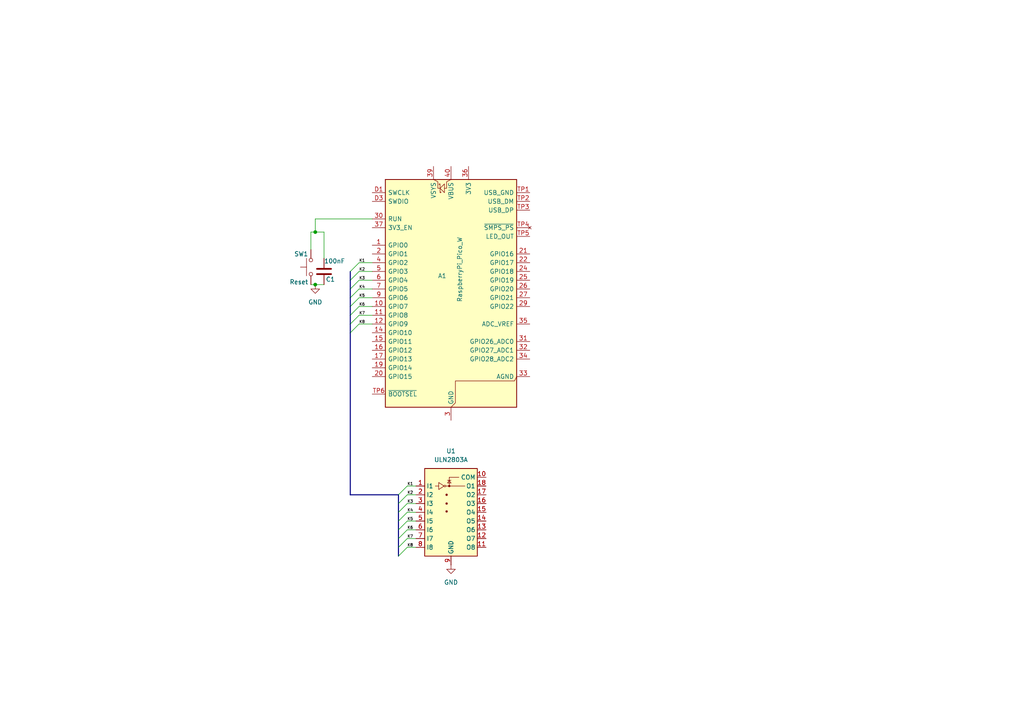
<source format=kicad_sch>
(kicad_sch (version 20250114) (generator "eeschema") (generator_version "9.0")
  (paper "A4")
  (title_block (title "Omega Radio"))
  (lib_symbols
    (symbol "Device:C" (pin_numbers (hide yes)) (pin_names (offset 0.254))
      (property "Reference" "C" (at 0.635 2.54 0))
      (property "Value" "C" (at 0.635 -2.54 0))
      (symbol "C_0_1"
        (polyline (pts (xy -2.032 0.762) (xy 2.032 0.762)) (stroke (width 0.508)))
        (polyline (pts (xy -2.032 -0.762) (xy 2.032 -0.762)) (stroke (width 0.508)))
      )
      (symbol "C_1_1"
        (pin passive line (at 0 3.81 270) (length 2.794) (name "~") (number "1"))
        (pin passive line (at 0 -3.81 90) (length 2.794) (name "~") (number "2"))
      )
    )
    (symbol "MCU_Module:RaspberryPi_Pico_W_Extensive" (pin_names (offset 0.762))
      (property "Reference" "A" (at -19.05 35.56 0))
      (property "Value" "RaspberryPi_Pico_W" (at 7.62 35.56 0))
      (symbol "RaspberryPi_Pico_W_Extensive_0_1"
        (rectangle (start -19.05 34.29) (end 19.05 -31.75) (stroke (width 0.254)) (fill (type background)))
        (polyline (pts (xy -5.08 34.29) (xy -3.81 33.655) (xy -3.81 31.75) (xy -3.175 31.75)))
        (polyline (pts (xy -3.429 32.766) (xy -3.429 33.02) (xy -3.175 33.02) (xy -3.175 30.48) (xy -2.921 30.48) (xy -2.921 30.734)))
        (polyline (pts (xy -3.175 31.75) (xy -1.905 33.02) (xy -1.905 30.48) (xy -3.175 31.75)))
        (polyline (pts (xy 0 34.29) (xy -1.27 33.655) (xy -1.27 31.75) (xy -1.905 31.75)))
        (polyline (pts (xy 0 -31.75) (xy 1.27 -30.48) (xy 1.27 -24.13) (xy 18.415 -24.13) (xy 19.05 -22.86)))
      )
      (symbol "RaspberryPi_Pico_W_Extensive_1_1"
        (pin input line (at -22.86 30.48 0) (length 3.81) (name "SWCLK") (number "D1"))
        (pin bidirectional line (at -22.86 27.94 0) (length 3.81) (name "SWDIO") (number "D3"))
        (pin passive line (at -22.86 22.86 0) (length 3.81) (name "RUN") (number "30"))
        (pin passive line (at -22.86 20.32 0) (length 3.81) (name "3V3_EN") (number "37"))
        (pin bidirectional line (at -22.86 15.24 0) (length 3.81) (name "GPIO0") (number "1"))
        (pin bidirectional line (at -22.86 12.7 0) (length 3.81) (name "GPIO1") (number "2"))
        (pin bidirectional line (at -22.86 10.16 0) (length 3.81) (name "GPIO2") (number "4"))
        (pin bidirectional line (at -22.86 7.62 0) (length 3.81) (name "GPIO3") (number "5"))
        (pin bidirectional line (at -22.86 5.08 0) (length 3.81) (name "GPIO4") (number "6"))
        (pin bidirectional line (at -22.86 2.54 0) (length 3.81) (name "GPIO5") (number "7"))
        (pin bidirectional line (at -22.86 0 0) (length 3.81) (name "GPIO6") (number "9"))
        (pin bidirectional line (at -22.86 -2.54 0) (length 3.81) (name "GPIO7") (number "10"))
        (pin bidirectional line (at -22.86 -5.08 0) (length 3.81) (name "GPIO8") (number "11"))
        (pin bidirectional line (at -22.86 -7.62 0) (length 3.81) (name "GPIO9") (number "12"))
        (pin bidirectional line (at -22.86 -10.16 0) (length 3.81) (name "GPIO10") (number "14"))
        (pin bidirectional line (at -22.86 -12.7 0) (length 3.81) (name "GPIO11") (number "15"))
        (pin bidirectional line (at -22.86 -15.24 0) (length 3.81) (name "GPIO12") (number "16"))
        (pin bidirectional line (at -22.86 -17.78 0) (length 3.81) (name "GPIO13") (number "17"))
        (pin bidirectional line (at -22.86 -20.32 0) (length 3.81) (name "GPIO14") (number "19"))
        (pin bidirectional line (at -22.86 -22.86 0) (length 3.81) (name "GPIO15") (number "20"))
        (pin input line (at -22.86 -27.94 0) (length 3.81) (name "~{BOOTSEL}") (number "TP6"))
        (pin power_in line (at -5.08 38.1 270) (length 3.81) (name "VSYS") (number "39"))
        (pin power_out line (at 0 38.1 270) (length 3.81) (name "VBUS") (number "40"))
        (pin passive line (at 0 -35.56 90) (length 3.81) (hide yes) (name "GND") (number "13"))
        (pin passive line (at 0 -35.56 90) (length 3.81) (hide yes) (name "GND") (number "18"))
        (pin passive line (at 0 -35.56 90) (length 3.81) (hide yes) (name "GND") (number "23"))
        (pin passive line (at 0 -35.56 90) (length 3.81) (hide yes) (name "GND") (number "28"))
        (pin power_out line (at 0 -35.56 90) (length 3.81) (name "GND") (number "3"))
        (pin passive line (at 0 -35.56 90) (length 3.81) (hide yes) (name "GND") (number "38"))
        (pin passive line (at 0 -35.56 90) (length 3.81) (hide yes) (name "GND") (number "8"))
        (pin passive line (at 0 -35.56 90) (length 3.81) (hide yes) (name "GND") (number "D2"))
        (pin power_out line (at 5.08 38.1 270) (length 3.81) (name "3V3") (number "36"))
        (pin power_out line (at 22.86 30.48 180) (length 3.81) (name "USB_GND") (number "TP1"))
        (pin bidirectional line (at 22.86 27.94 180) (length 3.81) (name "USB_DM") (number "TP2"))
        (pin bidirectional line (at 22.86 25.4 180) (length 3.81) (name "USB_DP") (number "TP3"))
        (pin no_connect line (at 22.86 20.32 180) (length 3.81) (name "~{SMPS_PS}") (number "TP4"))
        (pin output line (at 22.86 17.78 180) (length 3.81) (name "LED_OUT") (number "TP5"))
        (pin bidirectional line (at 22.86 12.7 180) (length 3.81) (name "GPIO16") (number "21"))
        (pin bidirectional line (at 22.86 10.16 180) (length 3.81) (name "GPIO17") (number "22"))
        (pin bidirectional line (at 22.86 7.62 180) (length 3.81) (name "GPIO18") (number "24"))
        (pin bidirectional line (at 22.86 5.08 180) (length 3.81) (name "GPIO19") (number "25"))
        (pin bidirectional line (at 22.86 2.54 180) (length 3.81) (name "GPIO20") (number "26"))
        (pin bidirectional line (at 22.86 0 180) (length 3.81) (name "GPIO21") (number "27"))
        (pin bidirectional line (at 22.86 -2.54 180) (length 3.81) (name "GPIO22") (number "29"))
        (pin power_in line (at 22.86 -7.62 180) (length 3.81) (name "ADC_VREF") (number "35"))
        (pin bidirectional line (at 22.86 -12.7 180) (length 3.81) (name "GPIO26_ADC0") (number "31"))
        (pin bidirectional line (at 22.86 -15.24 180) (length 3.81) (name "GPIO27_ADC1") (number "32"))
        (pin bidirectional line (at 22.86 -17.78 180) (length 3.81) (name "GPIO28_ADC2") (number "34"))
        (pin power_out line (at 22.86 -22.86 180) (length 3.81) (name "AGND") (number "33"))
      )
    )
    (symbol "Switch:SW_Push" (pin_numbers (hide yes)) (pin_names (offset 1.016) (hide yes))
      (property "Reference" "SW" (at 1.27 2.54 0))
      (property "Value" "SW_Push" (at 0 -1.524 0))
      (symbol "SW_Push_0_1"
        (circle (center -2.032 0) (radius 0.508))
        (polyline (pts (xy 0 1.27) (xy 0 3.048)))
        (circle (center 2.032 0) (radius 0.508))
        (polyline (pts (xy 2.54 1.27) (xy -2.54 1.27)))
        (pin passive line (at -5.08 0 0) (length 2.54) (name "1") (number "1"))
        (pin passive line (at 5.08 0 180) (length 2.54) (name "2") (number "2"))
      )
    )
    (symbol "Transistor_Array:ULN2803A"
      (property "Reference" "U" (at 0 13.335 0))
      (property "Value" "ULN2803A" (at 0 11.43 0))
      (symbol "ULN2803A_0_1"
        (rectangle (start -7.62 -15.24) (end 7.62 10.16) (stroke (width 0.254)) (fill (type background)))
        (polyline (pts (xy -4.572 5.08) (xy -3.556 5.08)))
        (polyline (pts (xy -3.556 6.096) (xy -3.556 4.064) (xy -2.032 5.08) (xy -3.556 6.096)))
        (circle (center -1.778 5.08) (radius 0.254))
        (polyline (pts (xy -1.524 5.08) (xy 4.064 5.08)))
        (circle (center -1.27 2.54) (radius 0.254) (fill (type outline)))
        (circle (center -1.27 0) (radius 0.254) (fill (type outline)))
        (circle (center -1.27 -2.286) (radius 0.254) (fill (type outline)))
        (circle (center -0.508 5.08) (radius 0.254) (fill (type outline)))
        (polyline (pts (xy -0.508 5.08) (xy -0.508 7.62) (xy 2.286 7.62)))
        (polyline (pts (xy 0 6.731) (xy -1.016 6.731)))
        (polyline (pts (xy 0 5.969) (xy -1.016 5.969) (xy -0.508 6.731) (xy 0 5.969)))
      )
      (symbol "ULN2803A_1_1"
        (pin input line (at -10.16 5.08 0) (length 2.54) (name "I1") (number "1"))
        (pin input line (at -10.16 2.54 0) (length 2.54) (name "I2") (number "2"))
        (pin input line (at -10.16 0 0) (length 2.54) (name "I3") (number "3"))
        (pin input line (at -10.16 -2.54 0) (length 2.54) (name "I4") (number "4"))
        (pin input line (at -10.16 -5.08 0) (length 2.54) (name "I5") (number "5"))
        (pin input line (at -10.16 -7.62 0) (length 2.54) (name "I6") (number "6"))
        (pin input line (at -10.16 -10.16 0) (length 2.54) (name "I7") (number "7"))
        (pin input line (at -10.16 -12.7 0) (length 2.54) (name "I8") (number "8"))
        (pin power_in line (at 0 -17.78 90) (length 2.54) (name "GND") (number "9"))
        (pin passive line (at 10.16 7.62 180) (length 2.54) (name "COM") (number "10"))
        (pin open_collector line (at 10.16 5.08 180) (length 2.54) (name "O1") (number "18"))
        (pin open_collector line (at 10.16 2.54 180) (length 2.54) (name "O2") (number "17"))
        (pin open_collector line (at 10.16 0 180) (length 2.54) (name "O3") (number "16"))
        (pin open_collector line (at 10.16 -2.54 180) (length 2.54) (name "O4") (number "15"))
        (pin open_collector line (at 10.16 -5.08 180) (length 2.54) (name "O5") (number "14"))
        (pin open_collector line (at 10.16 -7.62 180) (length 2.54) (name "O6") (number "13"))
        (pin open_collector line (at 10.16 -10.16 180) (length 2.54) (name "O7") (number "12"))
        (pin open_collector line (at 10.16 -12.7 180) (length 2.54) (name "O8") (number "11"))
      )
    )
    (symbol "power:GND" (power) (pin_numbers (hide yes)) (pin_names (offset 0) (hide yes))
      (property "Value" "GND" (at 0 -3.81 0))
      (symbol "GND_0_1"
        (polyline (pts (xy 0 0) (xy 0 -1.27) (xy 1.27 -1.27) (xy 0 -2.54) (xy -1.27 -1.27) (xy 0 -1.27)))
      )
      (symbol "GND_1_1"
        (pin power_in line (at 0 0 270) (length 0) (name "~") (number "1"))
      )
    )
  )
  (junction (at 91.44 82.55))
  (junction (at 91.44 67.31))
  (bus_entry (at 101.6 91.44) (size 2.54 -2.54))
  (bus_entry (at 101.6 86.36) (size 2.54 -2.54))
  (bus_entry (at 115.57 148.59) (size 2.54 -2.54))
  (bus_entry (at 115.57 146.05) (size 2.54 -2.54))
  (bus_entry (at 101.6 81.28) (size 2.54 -2.54))
  (bus_entry (at 101.6 88.9) (size 2.54 -2.54))
  (bus_entry (at 115.57 153.67) (size 2.54 -2.54))
  (bus_entry (at 115.57 158.75) (size 2.54 -2.54))
  (bus_entry (at 115.57 143.51) (size 2.54 -2.54))
  (bus_entry (at 101.6 78.74) (size 2.54 -2.54))
  (bus_entry (at 101.6 96.52) (size 2.54 -2.54))
  (bus_entry (at 101.6 83.82) (size 2.54 -2.54))
  (bus_entry (at 115.57 156.21) (size 2.54 -2.54))
  (bus_entry (at 101.6 93.98) (size 2.54 -2.54))
  (bus_entry (at 115.57 161.29) (size 2.54 -2.54))
  (bus_entry (at 115.57 151.13) (size 2.54 -2.54))
  (wire (pts (xy 104.14 93.98) (xy 107.95 93.98)))
  (wire (pts (xy 90.17 72.39) (xy 90.17 67.31)))
  (bus (pts (xy 101.6 93.98) (xy 101.6 96.52)))
  (wire (pts (xy 91.44 82.55) (xy 93.98 82.55)))
  (wire (pts (xy 104.14 91.44) (xy 107.95 91.44)))
  (wire (pts (xy 104.14 76.2) (xy 107.95 76.2)))
  (wire (pts (xy 118.11 153.67) (xy 120.65 153.67)))
  (bus (pts (xy 101.6 88.9) (xy 101.6 91.44)))
  (bus (pts (xy 101.6 86.36) (xy 101.6 88.9)))
  (wire (pts (xy 118.11 156.21) (xy 120.65 156.21)))
  (bus (pts (xy 115.57 153.67) (xy 115.57 156.21)))
  (wire (pts (xy 118.11 143.51) (xy 120.65 143.51)))
  (bus (pts (xy 101.6 78.74) (xy 101.6 81.28)))
  (wire (pts (xy 104.14 86.36) (xy 107.95 86.36)))
  (bus (pts (xy 101.6 91.44) (xy 101.6 93.98)))
  (wire (pts (xy 104.14 88.9) (xy 107.95 88.9)))
  (bus (pts (xy 115.57 158.75) (xy 115.57 161.29)))
  (wire (pts (xy 118.11 140.97) (xy 120.65 140.97)))
  (bus (pts (xy 115.57 148.59) (xy 115.57 151.13)))
  (bus (pts (xy 101.6 83.82) (xy 101.6 86.36)))
  (wire (pts (xy 104.14 83.82) (xy 107.95 83.82)))
  (wire (pts (xy 90.17 82.55) (xy 91.44 82.55)))
  (wire (pts (xy 118.11 151.13) (xy 120.65 151.13)))
  (wire (pts (xy 91.44 63.5) (xy 91.44 67.31)))
  (wire (pts (xy 90.17 67.31) (xy 91.44 67.31)))
  (wire (pts (xy 118.11 148.59) (xy 120.65 148.59)))
  (wire (pts (xy 107.95 63.5) (xy 91.44 63.5)))
  (bus (pts (xy 101.6 143.51) (xy 115.57 143.51)))
  (bus (pts (xy 101.6 81.28) (xy 101.6 83.82)))
  (bus (pts (xy 115.57 146.05) (xy 115.57 148.59)))
  (wire (pts (xy 118.11 146.05) (xy 120.65 146.05)))
  (wire (pts (xy 91.44 67.31) (xy 93.98 67.31)))
  (wire (pts (xy 118.11 158.75) (xy 120.65 158.75)))
  (wire (pts (xy 104.14 78.74) (xy 107.95 78.74)))
  (wire (pts (xy 104.14 81.28) (xy 107.95 81.28)))
  (bus (pts (xy 101.6 96.52) (xy 101.6 143.51)))
  (bus (pts (xy 115.57 151.13) (xy 115.57 153.67)))
  (bus (pts (xy 115.57 156.21) (xy 115.57 158.75)))
  (wire (pts (xy 93.98 67.31) (xy 93.98 74.93)))
  (bus (pts (xy 115.57 143.51) (xy 115.57 146.05)))
  (label "K5" (at 104.14 86.36 0) (effects (font (size 0.8 0.8))))
  (label "K1" (at 104.14 76.2 0) (effects (font (size 0.8 0.8))))
  (label "K4" (at 118.11 148.59 0) (effects (font (size 0.8 0.8))))
  (label "K1" (at 118.11 140.97 0) (effects (font (size 0.8 0.8))))
  (label "K8" (at 104.14 93.98 0) (effects (font (size 0.8 0.8))))
  (label "K6" (at 104.14 88.9 0) (effects (font (size 0.8 0.8))))
  (label "K3" (at 104.14 81.28 0) (effects (font (size 0.8 0.8))))
  (label "K6" (at 118.11 153.67 0) (effects (font (size 0.8 0.8))))
  (label "K5" (at 118.11 151.13 0) (effects (font (size 0.8 0.8))))
  (label "K3" (at 118.11 146.05 0) (effects (font (size 0.8 0.8))))
  (label "K2" (at 118.11 143.51 0) (effects (font (size 0.8 0.8))))
  (label "K7" (at 104.14 91.44 0) (effects (font (size 0.8 0.8))))
  (label "K4" (at 104.14 83.82 0) (effects (font (size 0.8 0.8))))
  (label "K2" (at 104.14 78.74 0) (effects (font (size 0.8 0.8))))
  (label "K8" (at 118.11 158.75 0) (effects (font (size 0.8 0.8))))
  (label "K7" (at 118.11 156.21 0) (effects (font (size 0.8 0.8))))
  (symbol (lib_id "power:GND") (at 91.44 82.55 0) (unit 1)
    (property "Reference" "#PWR01" (effects (hide yes)))
    (property "Value" "GND" (at 91.44 87.63 0))
    (property "Description" "Power symbol creates a global label with name \"GND\" , ground" (effects (hide yes)))
  )
  (symbol (lib_id "Device:C") (at 93.98 78.74 180) (unit 1)
    (property "Reference" "C1" (at 94.488 81.026 0) (effects (justify right)))
    (property "Value" "100nF" (at 97.028 76.454 0) (effects (justify top)))
    (property "Description" "Unpolarized capacitor" (effects (hide yes)))
  )
  (symbol (lib_id "power:GND") (at 130.81 163.83 0) (unit 1)
    (property "Reference" "#PWR02" (effects (hide yes)))
    (property "Value" "GND" (at 130.81 168.91 0))
    (property "Description" "Power symbol creates a global label with name \"GND\" , ground" (effects (hide yes)))
  )
  (symbol (lib_id "Transistor_Array:ULN2803A") (at 130.81 146.05 0) (unit 1)
    (property "Reference" "U1" (at 130.81 130.81 0))
    (property "Value" "ULN2803A" (at 130.81 133.35 0))
    (property "Datasheet" "http://www.ti.com/lit/ds/symlink/uln2803a.pdf" (effects (hide yes)))
    (property "Description" "Darlington Transistor Arrays, SOIC18/DIP18" (effects (hide yes)))
  )
  (symbol (lib_id "Switch:SW_Push") (at 90.17 77.47 90) (unit 1)
    (property "Reference" "SW1" (at 89.408 73.66 90) (effects (justify left)))
    (property "Value" "Reset" (at 89.408 81.788 90) (effects (justify left)))
    (property "Description" "Push button switch, generic, two pins" (effects (hide yes)))
  )
  (symbol (lib_id "MCU_Module:RaspberryPi_Pico_W_Extensive") (at 130.81 86.36 0) (unit 1)
    (property "Reference" "A1" (at 127 80.01 0) (effects (justify left)))
    (property "Value" "RaspberryPi_Pico_W" (at 133.35 87.63 90) (effects (justify left)))
    (property "Footprint" "Module:RaspberryPi_Pico_W_SMD" (effects (hide yes)))
    (property "Datasheet" "https://datasheets.raspberrypi.com/picow/pico-w-datasheet.pdf" (effects (hide yes)))
    (property "Description" "Versatile and inexpensive wireless microcontroller module (with full pinout for test point and debug connections) powered by RP2040 dual-core Arm Cortex-M0+ processor up to 133 MHz, 264kB SRAM, 2MB QSPI flash, Infineon CYW43439 2.4GHz 802.11n wireless LAN; also supports Raspberry Pi Pico 2 W" (effects (hide yes)))
  )
)
</source>
